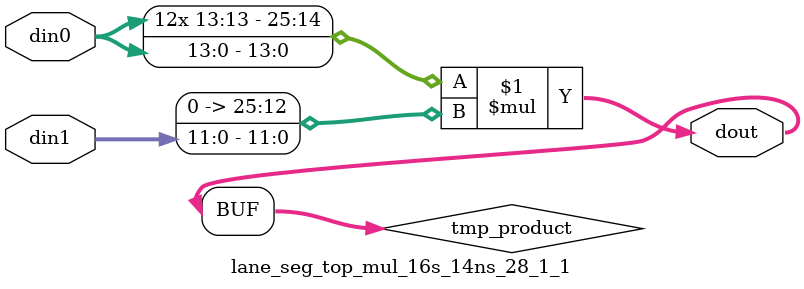
<source format=v>

`timescale 1 ns / 1 ps

  module lane_seg_top_mul_16s_14ns_28_1_1(din0, din1, dout);
parameter ID = 1;
parameter NUM_STAGE = 0;
parameter din0_WIDTH = 14;
parameter din1_WIDTH = 12;
parameter dout_WIDTH = 26;

input [din0_WIDTH - 1 : 0] din0; 
input [din1_WIDTH - 1 : 0] din1; 
output [dout_WIDTH - 1 : 0] dout;

wire signed [dout_WIDTH - 1 : 0] tmp_product;












assign tmp_product = $signed(din0) * $signed({1'b0, din1});









assign dout = tmp_product;







endmodule

</source>
